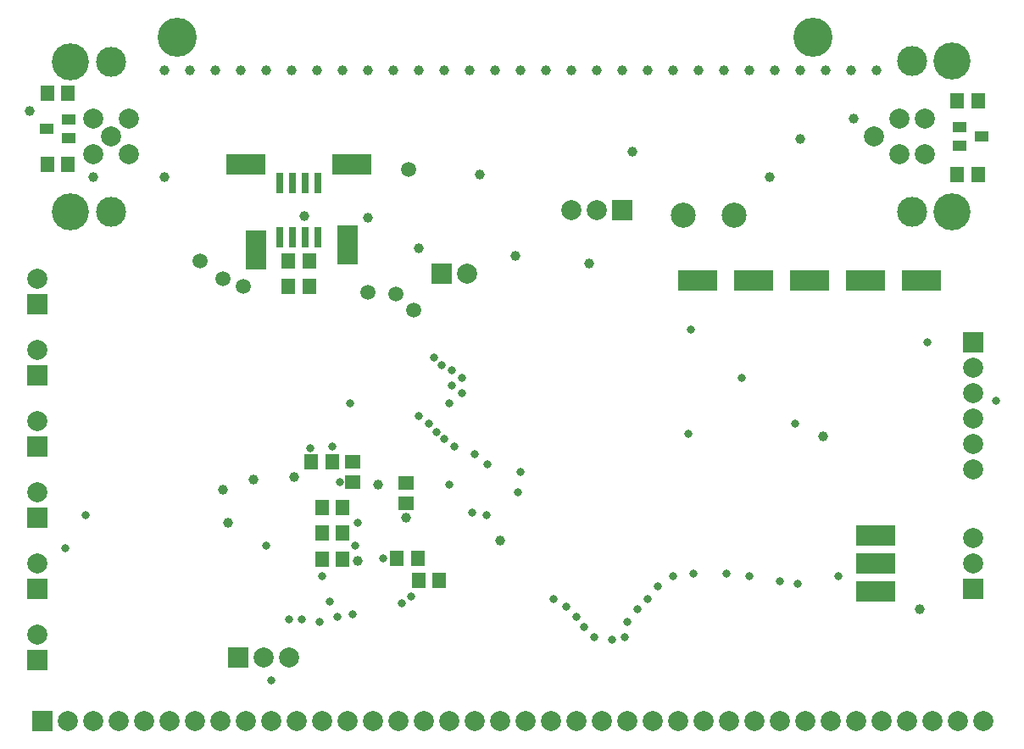
<source format=gbs>
G04 #@! TF.FileFunction,Soldermask,Bot*
%FSLAX46Y46*%
G04 Gerber Fmt 4.6, Leading zero omitted, Abs format (unit mm)*
G04 Created by KiCad (PCBNEW 4.0.5+dfsg1-4) date Sun May  7 16:42:39 2017*
%MOMM*%
%LPD*%
G01*
G04 APERTURE LIST*
%ADD10C,0.100000*%
%ADD11C,3.900000*%
%ADD12R,1.500000X1.400000*%
%ADD13R,1.400000X1.500000*%
%ADD14R,1.400000X1.000000*%
%ADD15C,2.500000*%
%ADD16R,2.000000X2.000000*%
%ADD17C,2.000000*%
%ADD18R,0.750000X2.000000*%
%ADD19R,4.000000X2.000000*%
%ADD20R,2.000000X4.000000*%
%ADD21C,3.000000*%
%ADD22C,3.700000*%
%ADD23C,1.000000*%
%ADD24C,0.800000*%
%ADD25C,1.500000*%
G04 APERTURE END LIST*
D10*
D11*
X130048000Y-46736000D03*
D12*
X84092000Y-89154000D03*
X84092000Y-91204000D03*
X89446100Y-91256900D03*
X89446100Y-93306900D03*
D13*
X83076000Y-93726000D03*
X81026000Y-93726000D03*
X83076000Y-96266000D03*
X81026000Y-96266000D03*
X90594400Y-98780600D03*
X88544400Y-98780600D03*
X90716100Y-101003100D03*
X92766100Y-101003100D03*
X83076000Y-98894900D03*
X81026000Y-98894900D03*
X53594000Y-52324000D03*
X55644000Y-52324000D03*
X53594000Y-59436000D03*
X55644000Y-59436000D03*
X79756000Y-69088000D03*
X77706000Y-69088000D03*
X79756000Y-71628000D03*
X77706000Y-71628000D03*
X146558000Y-60452000D03*
X144508000Y-60452000D03*
X146558000Y-53086000D03*
X144508000Y-53086000D03*
D14*
X53510000Y-55880000D03*
X55710000Y-56830000D03*
X55710000Y-54930000D03*
X146896000Y-56642000D03*
X144696000Y-55692000D03*
X144696000Y-57592000D03*
D15*
X122161300Y-64516000D03*
X117081300Y-64516000D03*
D16*
X110998000Y-64008000D03*
D17*
X108458000Y-64008000D03*
X105918000Y-64008000D03*
D18*
X76835000Y-61308000D03*
X78105000Y-61308000D03*
X79375000Y-61308000D03*
X80645000Y-61308000D03*
X76835000Y-66708000D03*
X78105000Y-66708000D03*
X79375000Y-66708000D03*
X80645000Y-66708000D03*
D13*
X82042000Y-89154000D03*
X79992000Y-89154000D03*
D16*
X52578000Y-87630000D03*
D17*
X52578000Y-85090000D03*
D16*
X52578000Y-94742000D03*
D17*
X52578000Y-92202000D03*
D16*
X52578000Y-101854000D03*
D17*
X52578000Y-99314000D03*
D16*
X52578000Y-80518000D03*
D17*
X52578000Y-77978000D03*
D16*
X52578000Y-73406000D03*
D17*
X52578000Y-70866000D03*
D16*
X52578000Y-108966000D03*
D17*
X52578000Y-106426000D03*
D16*
X53086000Y-115062000D03*
D17*
X55626000Y-115062000D03*
X58166000Y-115062000D03*
X60706000Y-115062000D03*
X63246000Y-115062000D03*
X65786000Y-115062000D03*
X68326000Y-115062000D03*
X70866000Y-115062000D03*
X73406000Y-115062000D03*
X78486000Y-115062000D03*
X75946000Y-115062000D03*
X81026000Y-115062000D03*
X83566000Y-115062000D03*
X86106000Y-115062000D03*
X88646000Y-115062000D03*
X91186000Y-115062000D03*
X93726000Y-115062000D03*
X96266000Y-115062000D03*
X98806000Y-115062000D03*
X101346000Y-115062000D03*
X103886000Y-115062000D03*
X106426000Y-115062000D03*
X108966000Y-115062000D03*
X111506000Y-115062000D03*
X114046000Y-115062000D03*
X116586000Y-115062000D03*
X119126000Y-115062000D03*
X121666000Y-115062000D03*
X124206000Y-115062000D03*
X126746000Y-115062000D03*
X129286000Y-115062000D03*
X131826000Y-115062000D03*
X134366000Y-115062000D03*
X136906000Y-115062000D03*
X139446000Y-115062000D03*
X141986000Y-115062000D03*
X144526000Y-115062000D03*
X147066000Y-115062000D03*
D16*
X72644000Y-108712000D03*
D17*
X75184000Y-108712000D03*
X77724000Y-108712000D03*
D19*
X136336000Y-96520000D03*
X136336000Y-99314000D03*
X135320000Y-71000000D03*
X124144000Y-71000000D03*
X129732000Y-71000000D03*
X84012000Y-59436000D03*
D20*
X83566000Y-67502000D03*
D19*
X73468000Y-59436000D03*
D20*
X74422000Y-68010000D03*
D19*
X136336000Y-102108000D03*
X118556000Y-71000000D03*
X140908000Y-71000000D03*
D11*
X66548000Y-46736000D03*
D16*
X146050000Y-77216000D03*
D17*
X146050000Y-79756000D03*
X146050000Y-82296000D03*
X146050000Y-84836000D03*
X146050000Y-87376000D03*
X146050000Y-89916000D03*
D16*
X146050000Y-101854000D03*
D17*
X146050000Y-99314000D03*
X146050000Y-96774000D03*
D16*
X92964000Y-70358000D03*
D17*
X95504000Y-70358000D03*
X136144000Y-56634000D03*
X138684000Y-58404000D03*
X138684000Y-54864000D03*
X141224000Y-58404000D03*
X141224000Y-54864000D03*
D21*
X139954000Y-64134000D03*
X139954000Y-49134000D03*
D22*
X143954000Y-64134000D03*
X143954000Y-49134000D03*
D17*
X61722000Y-54864000D03*
X61722000Y-58420000D03*
X58166000Y-58420000D03*
X58166000Y-54864000D03*
X59944000Y-56642000D03*
D21*
X59944000Y-49142000D03*
X59944000Y-64142000D03*
D22*
X55944000Y-49142000D03*
X55944000Y-64142000D03*
D23*
X136398000Y-50038000D03*
X133858000Y-50038000D03*
X131318000Y-50038000D03*
X128778000Y-50038000D03*
X128778000Y-56896000D03*
X58166000Y-60706000D03*
X65278000Y-50038000D03*
X67818000Y-50038000D03*
X70358000Y-50038000D03*
X72898000Y-50038000D03*
X75438000Y-50038000D03*
X77978000Y-50038000D03*
X80518000Y-50038000D03*
X83058000Y-50038000D03*
X85598000Y-50038000D03*
X88138000Y-50038000D03*
X90678000Y-50038000D03*
X93218000Y-50038000D03*
X95758000Y-50038000D03*
X98298000Y-50038000D03*
X100838000Y-50038000D03*
X103378000Y-50038000D03*
X105918000Y-50038000D03*
X108458000Y-50038000D03*
X110998000Y-50038000D03*
X113538000Y-50038000D03*
X116078000Y-50038000D03*
X118618000Y-50038000D03*
X121158000Y-50038000D03*
X123698000Y-50038000D03*
X126238000Y-50038000D03*
X51816000Y-54102000D03*
X79248000Y-64592200D03*
X71120000Y-91947992D03*
X71628000Y-95250036D03*
X86614000Y-91440000D03*
D24*
X55372000Y-97790000D03*
X57404000Y-94488000D03*
X117602000Y-86360000D03*
X84582000Y-95250000D03*
X88980500Y-103297500D03*
D23*
X89408000Y-94742000D03*
X65278000Y-60706000D03*
X85598000Y-64770000D03*
X90678000Y-67818000D03*
X96774000Y-60452000D03*
X100330000Y-68580000D03*
X107696000Y-69342000D03*
X112014000Y-58166000D03*
X125730000Y-60706000D03*
X131064000Y-86614000D03*
D24*
X81026000Y-100584000D03*
X84328000Y-97536000D03*
D23*
X74168000Y-90932000D03*
X78234700Y-90678000D03*
X98806000Y-97028000D03*
D24*
X87122000Y-98806000D03*
X100838000Y-90170000D03*
X100584006Y-92202000D03*
X77724000Y-104902002D03*
X108204000Y-106680000D03*
D25*
X89662000Y-59944000D03*
X71120000Y-70866000D03*
X68834000Y-69088000D03*
D23*
X134112000Y-54864000D03*
X140716000Y-103886000D03*
D24*
X78985663Y-104893663D03*
X107188000Y-105664000D03*
X148336000Y-83058000D03*
X75446340Y-97544334D03*
D23*
X84582000Y-99060000D03*
D25*
X73152000Y-71628000D03*
D24*
X82804000Y-91186000D03*
D25*
X90170000Y-73984790D03*
X85598000Y-72200200D03*
D24*
X122936000Y-80772000D03*
X128270000Y-85344000D03*
X141478000Y-77216000D03*
X93725998Y-91440000D03*
X89916000Y-102616000D03*
X117856000Y-75946000D03*
X84065670Y-104385670D03*
X104142149Y-102867851D03*
X82549990Y-104648000D03*
X105410014Y-103632000D03*
X80772000Y-105156000D03*
X106426000Y-104648000D03*
X97489641Y-94438067D03*
X97536000Y-89408000D03*
X96274337Y-88383663D03*
X96012000Y-94234000D03*
X132587992Y-100584000D03*
X83820000Y-83312000D03*
X82042000Y-87630000D03*
X79830500Y-87809500D03*
X81788000Y-103124000D03*
X75946000Y-110998000D03*
X109982000Y-106934000D03*
X94234000Y-87630000D03*
X93226009Y-86875737D03*
X111252000Y-106680000D03*
X92504481Y-86178722D03*
X111506000Y-105156000D03*
X112522000Y-103886000D03*
X91694000Y-85344000D03*
X113538000Y-102870000D03*
X90678000Y-84582000D03*
X93726000Y-83312000D03*
X114554000Y-101600000D03*
X116078000Y-100584000D03*
X94996000Y-82296000D03*
X93980000Y-81534000D03*
X118110000Y-100330000D03*
X94996000Y-80772000D03*
X121412000Y-100330000D03*
X123698000Y-100584000D03*
X93980000Y-80010000D03*
X126746000Y-101092000D03*
X92964000Y-79521000D03*
X128524000Y-101346000D03*
X92202000Y-78740000D03*
D25*
X88392006Y-72390000D03*
M02*

</source>
